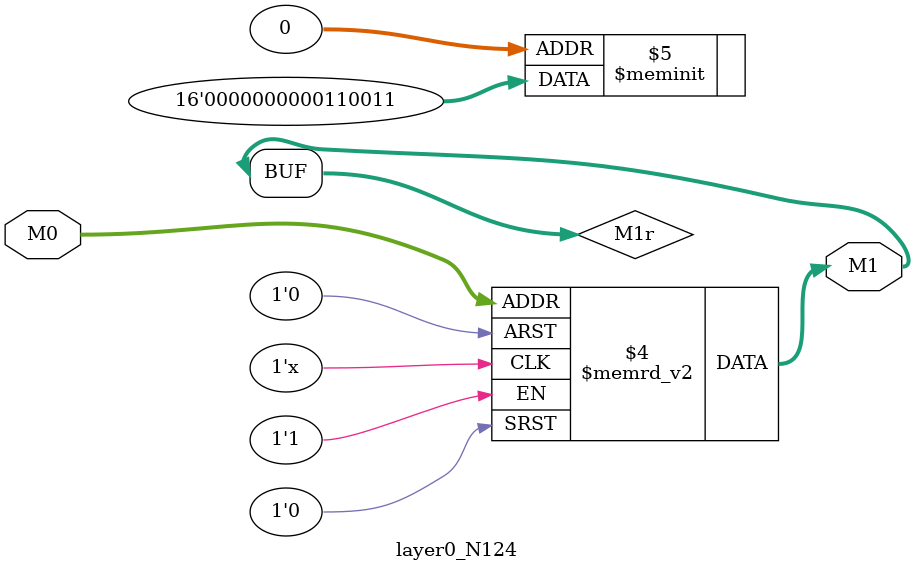
<source format=v>
module layer0_N124 ( input [2:0] M0, output [1:0] M1 );

	(*rom_style = "distributed" *) reg [1:0] M1r;
	assign M1 = M1r;
	always @ (M0) begin
		case (M0)
			3'b000: M1r = 2'b11;
			3'b100: M1r = 2'b00;
			3'b010: M1r = 2'b11;
			3'b110: M1r = 2'b00;
			3'b001: M1r = 2'b00;
			3'b101: M1r = 2'b00;
			3'b011: M1r = 2'b00;
			3'b111: M1r = 2'b00;

		endcase
	end
endmodule

</source>
